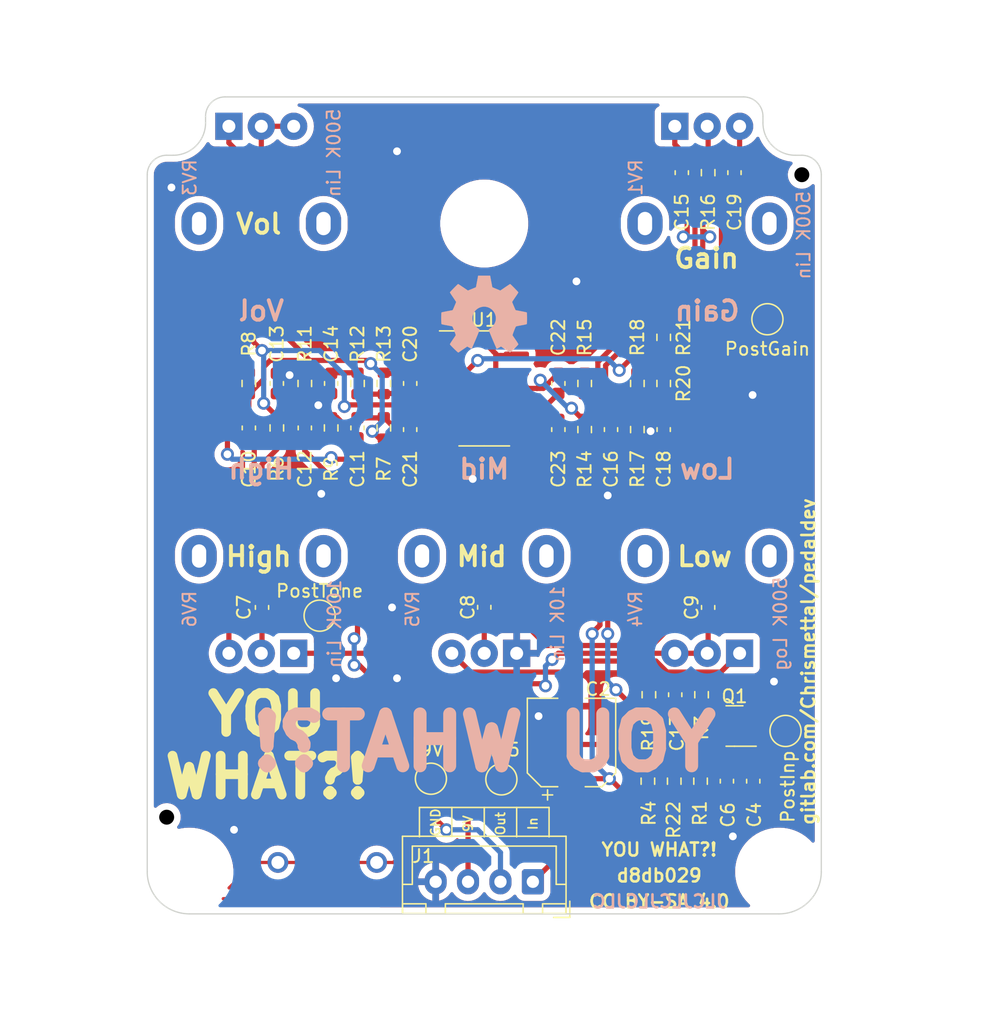
<source format=kicad_pcb>
(kicad_pcb (version 20211014) (generator pcbnew)
  (layers (0 "F.Cu" signal) (31 "B.Cu" signal) (34 "B.Paste" user) (35 "F.Paste" user) (36 "B.SilkS" user "B.Silkscreen") (37 "F.SilkS" user "F.Silkscreen") (38 "B.Mask" user) (39 "F.Mask" user) (44 "Edge.Cuts" user))
  (property "Commit" "d8db029")
  (property "Link" "gitlab.com/Chrismettal/pedaldev")
  (property "Name" "YOU WHAT?!")
  (property "RV1" "Gain")
  (property "RV3" "Vol")
  (property "RV4" "Low")
  (property "RV5" "Mid")
  (property "RV6" "High")
  (net 0 "")
  (net 1 "+9V")
  (net 2 "GND")
  (net 3 "Upper_PCB_Input")
  (net 4 "Upper_PCB_Output")
  (net 5 "Net-(C4-Pad1)")
  (net 6 "Net-(C4-Pad2)")
  (net 7 "Net-(C7-Pad1)")
  (net 8 "Net-(C7-Pad2)")
  (net 9 "Net-(C8-Pad1)")
  (net 10 "Net-(C8-Pad2)")
  (net 11 "Net-(C9-Pad2)")
  (net 12 "Net-(C10-Pad1)")
  (net 13 "Net-(C10-Pad2)")
  (net 14 "Net-(C11-Pad1)")
  (net 15 "Net-(C11-Pad2)")
  (net 16 "Net-(C13-Pad1)")
  (net 17 "Net-(C15-Pad1)")
  (net 18 "Net-(C15-Pad2)")
  (net 19 "Net-(C16-Pad1)")
  (net 20 "+4V5")
  (net 21 "Net-(C16-Pad2)")
  (net 22 "Net-(C17-Pad1)")
  (net 23 "Net-(C17-Pad2)")
  (net 24 "Net-(C18-Pad1)")
  (net 25 "Net-(C19-Pad1)")
  (net 26 "Net-(C19-Pad2)")
  (net 27 "Net-(C20-Pad1)")
  (net 28 "Net-(C20-Pad2)")
  (net 29 "Net-(C21-Pad1)")
  (net 30 "Net-(C22-Pad1)")
  (net 31 "Net-(C22-Pad2)")
  (net 32 "Net-(C23-Pad1)")
  (net 33 "Net-(R7-Pad2)")
  (net 34 "Net-(R17-Pad1)")
  (net 35 "Net-(RV4-Pad1)")
  (footprint "Capacitor_SMD:C_0603_1608Metric" (layer "F.Cu") (at 131.339 93.027 -90)
    (fp_text reference "C10")
    (fp_text value "1nF")
  )
  (footprint "Capacitor_SMD:C_0603_1608Metric" (layer "F.Cu") (at 135.657 93.027 90)
    (fp_text reference "C12")
    (fp_text value "1nF")
  )
  (footprint "Capacitor_SMD:C_0603_1608Metric" (layer "F.Cu") (at 137.689 89.598 -90)
    (fp_text reference "C14")
    (fp_text value "1nF")
  )
  (footprint "Package_SO:SOIC-14_3.9x8.7mm_P1.27mm" (layer "F.Cu") (at 149.5 89.979)
    (fp_text reference "U1")
    (fp_text value "HEF4069UB")
  )
  (footprint "TestPoint:TestPoint_Pad_D2.0mm" (layer "F.Cu") (at 145.3852 120.078)
    (fp_text reference "TP2" hide)
    (fp_text value "9V")
  )
  (footprint "Capacitor_SMD:C_0603_1608Metric" (layer "F.Cu") (at 166.772 106.87 -90)
    (fp_text reference "C9")
    (fp_text value "47nF")
  )
  (footprint "Capacitor_SMD:C_0603_1608Metric" (layer "F.Cu") (at 143.785 93.154 -90)
    (fp_text reference "C21")
    (fp_text value "47pF")
  )
  (footprint "Resistor_SMD:R_0603_1608Metric" (layer "F.Cu") (at 133.498 93.027 -90)
    (fp_text reference "R6")
    (fp_text value "220k")
  )
  (footprint "Capacitor_SMD:C_0603_1608Metric" (layer "F.Cu") (at 155.215 93.154 -90)
    (fp_text reference "C23")
    (fp_text value "47pF")
  )
  (footprint "TestPoint:TestPoint_Pad_D2.0mm" (layer "F.Cu") (at 150.8208 120.1288)
    (fp_text reference "TP3" hide)
    (fp_text value "4V5")
  )
  (footprint "Resistor_SMD:R_0603_1608Metric" (layer "F.Cu") (at 164.155 120.268 90)
    (fp_text reference "R22")
    (fp_text value "1M")
  )
  (footprint "Resistor_SMD:R_0603_1608Metric" (layer "F.Cu") (at 157.247 93.154 90)
    (fp_text reference "R14")
    (fp_text value "10k")
  )
  (footprint "Capacitor_SMD:C_0603_1608Metric" (layer "F.Cu") (at 168.804 73.342 -90)
    (fp_text reference "C19")
    (fp_text value "10nF")
  )
  (footprint "Resistor_SMD:R_0603_1608Metric" (layer "F.Cu") (at 166.772 73.342 90)
    (fp_text reference "R16")
    (fp_text value "10M")
  )
  (footprint "MeineBib:EigenesMountingHole_3.2mm_M3_Small" (layer "F.Cu") (at 126.75 127.25)
    (fp_text reference "MK2" hide)
    (fp_text value "Mounting_Hole_M3" hide)
  )
  (footprint "Resistor_SMD:R_0603_1608Metric" (layer "F.Cu") (at 166.187 120.268 90)
    (fp_text reference "R1")
    (fp_text value "10k")
  )
  (footprint "Resistor_SMD:R_0603_1608Metric" (layer "F.Cu") (at 163.343 89.598 -90)
    (fp_text reference "R20")
    (fp_text value "1k")
  )
  (footprint "TestPoint:TestPoint_Pad_D2.0mm" (layer "F.Cu") (at 172.741 116.395)
    (fp_text reference "TP1" hide)
    (fp_text value "PostInp")
  )
  (footprint "MeineBib:JLC_Toolinghole" (layer "F.Cu") (at 125 123.045)
    (fp_text reference "REF**" hide)
    (fp_text value "JLC_Toolinghole")
  )
  (footprint "Resistor_SMD:R_0603_1608Metric" (layer "F.Cu") (at 135.657 89.598 -90)
    (fp_text reference "R11")
    (fp_text value "10k")
  )
  (footprint "Capacitor_SMD:C_0603_1608Metric" (layer "F.Cu") (at 159.279 93.154 90)
    (fp_text reference "C16")
    (fp_text value "10nF")
  )
  (footprint "Resistor_SMD:R_0603_1608Metric" (layer "F.Cu") (at 139.721 89.598 -90)
    (fp_text reference "R12")
    (fp_text value "27k")
  )
  (footprint "Resistor_SMD:R_0603_1608Metric" (layer "F.Cu") (at 162.2 113.601 90)
    (fp_text reference "R19")
    (fp_text value "47k")
  )
  (footprint "Capacitor_SMD:CP_Elec_6.3x5.3" (layer "F.Cu") (at 156.231 117.284 90)
    (fp_text reference "C2")
    (fp_text value "100uF")
  )
  (footprint "MeineBib:JLC_Toolinghole" (layer "F.Cu") (at 174 73.5)
    (fp_text reference "REF**" hide)
    (fp_text value "JLC_Toolinghole")
  )
  (footprint "Resistor_SMD:R_0603_1608Metric" (layer "F.Cu") (at 141.753 89.598 -90)
    (fp_text reference "R13")
    (fp_text value "1M")
  )
  (footprint "Capacitor_SMD:C_0603_1608Metric" (layer "F.Cu") (at 170.251 120.268 90)
    (fp_text reference "C4")
    (fp_text value "47nF")
  )
  (footprint "Capacitor_SMD:C_0603_1608Metric" (layer "F.Cu") (at 143.785 89.598 -90)
    (fp_text reference "C20")
    (fp_text value "47pF")
  )
  (footprint "Capacitor_SMD:C_0603_1608Metric" (layer "F.Cu") (at 164.74 73.342 -90)
    (fp_text reference "C15")
    (fp_text value "22nF")
  )
  (footprint "Capacitor_SMD:C_0603_1608Metric" (layer "F.Cu") (at 164.232 113.601 90)
    (fp_text reference "C17")
    (fp_text value "47nF")
  )
  (footprint "Resistor_SMD:R_0603_1608Metric" (layer "F.Cu") (at 141.753 93.027 -90)
    (fp_text reference "R7")
    (fp_text value "10k")
  )
  (footprint "Connector_JST:JST_XH_B4B-XH-A_1x04_P2.50mm_Vertical" (layer "F.Cu") (at 153.25 128.025 180)
    (fp_text reference "J1")
    (fp_text value "Conn_01x04")
  )
  (footprint "TestPoint:TestPoint_Pad_D2.0mm" (layer "F.Cu") (at 136.8 107.505)
    (fp_text reference "TP5" hide)
    (fp_text value "PostTone")
  )
  (footprint "Package_TO_SOT_SMD:SOT-23" (layer "F.Cu") (at 168.804 116.014 180)
    (fp_text reference "Q1")
    (fp_text value "BC849C")
  )
  (footprint "Resistor_SMD:R_0603_1608Metric" (layer "F.Cu") (at 162.123 120.268 -90)
    (fp_text reference "R4")
    (fp_text value "4k7")
  )
  (footprint "MeineBib:EigenesMountingHole_3.2mm_M3_Small" (layer "F.Cu") (at 172.25 127.25)
    (fp_text reference "MK2" hide)
    (fp_text value "Mounting_Hole_M3" hide)
  )
  (footprint "MeineBib:Binary_6_v0.1_tiny_silk" (layer "F.Cu") (at 137.4144 127.5007)
    (fp_text reference "H7" hide)
    (fp_text value "Symbol_Binary6" hide)
  )
  (footprint "Resistor_SMD:R_0603_1608Metric" (layer "F.Cu") (at 131.339 89.598 90)
    (fp_text reference "R8")
    (fp_text value "27k")
  )
  (footprint "Capacitor_SMD:C_0603_1608Metric" (layer "F.Cu") (at 132.355 106.87 90)
    (fp_text reference "C7")
    (fp_text value "220nF")
  )
  (footprint "Capacitor_SMD:C_0603_1608Metric" (layer "F.Cu") (at 168.219 120.268 -90)
    (fp_text reference "C6")
    (fp_text value "47pF")
  )
  (footprint "Capacitor_SMD:C_0603_1608Metric" (layer "F.Cu") (at 155.215 89.598 -90)
    (fp_text reference "C22")
    (fp_text value "47pF")
  )
  (footprint "Resistor_SMD:R_0603_1608Metric" (layer "F.Cu") (at 166.264 113.601 90)
    (fp_text reference "R3")
    (fp_text value "10k")
  )
  (footprint "Capacitor_SMD:C_0603_1608Metric" (layer "F.Cu") (at 163.343 93.154 -90)
    (fp_text reference "C18")
    (fp_text value "47nF")
  )
  (footprint "MeineBib:EigenesMountingHole_3.2mm_M3_Small" (layer "F.Cu") (at 149.5 77.265)
    (fp_text reference "MK2" hide)
    (fp_text value "Mounting_Hole_M3" hide)
  )
  (footprint "Resistor_SMD:R_0603_1608Metric" (layer "F.Cu") (at 161.311 89.598 90)
    (fp_text reference "R18")
    (fp_text value "220k")
  )
  (footprint "TestPoint:TestPoint_Pad_D2.0mm" (layer "F.Cu") (at 171.344 84.645)
    (fp_text reference "TP4" hide)
    (fp_text value "PostGain")
  )
  (footprint "Capacitor_SMD:C_0603_1608Metric" (layer "F.Cu") (at 149.5 106.857 -90)
    (fp_text reference "C8")
    (fp_text value "47nF")
  )
  (footprint "Resistor_SMD:R_0603_1608Metric" (layer "F.Cu") (at 157.247 89.598 -90)
    (fp_text reference "R15")
    (fp_text value "27k")
  )
  (footprint "Capacitor_SMD:C_0603_1608Metric" (layer "F.Cu") (at 133.498 89.598 90)
    (fp_text reference "C13")
    (fp_text value "22nF")
  )
  (footprint "Capacitor_SMD:C_0603_1608Metric" (layer "F.Cu") (at 139.721 93.027 -90)
    (fp_text reference "C11")
    (fp_text value "220nF")
  )
  (footprint "Resistor_SMD:R_0603_1608Metric" (layer "F.Cu") (at 161.311 93.154 -90)
    (fp_text reference "R17")
    (fp_text value "27k")
  )
  (footprint "Resistor_SMD:R_0603_1608Metric" (layer "F.Cu") (at 137.689 93.027 -90)
    (fp_text reference "R9")
    (fp_text value "10k")
  )
  (footprint "Resistor_SMD:R_0603_1608Metric" (layer "F.Cu") (at 163.343 86.042 -90)
    (fp_text reference "R21")
    (fp_text value "10k")
  )
  (footprint "MeineBib:Potentiometer_Alpha_RD901F-40-00D_Single_Vertical" (layer "B.Cu") (at 129.8 69.765 -90)
    (fp_text reference "RV3")
    (fp_text value "500K Lin")
  )
  (footprint "MeineBib:Potentiometer_Alpha_RD901F-40-00D_Single_Vertical" (layer "B.Cu") (at 169.2 110.405 90)
    (fp_text reference "RV4")
    (fp_text value "500K Log")
  )
  (footprint "MeineBib:Potentiometer_Alpha_RD901F-40-00D_Single_Vertical" (layer "B.Cu") (at 152 110.405 90)
    (fp_text reference "RV5")
    (fp_text value "10K Lin")
  )
  (footprint "Symbol:OSHW-Symbol_6.7x6mm_SilkScreen" (layer "B.Cu") (at 149.5 84.264 180)
    (fp_text reference "REF**" hide)
    (fp_text value "OSHW-Symbol_6.7x6mm_SilkScreen" hide)
  )
  (footprint "MeineBib:Potentiometer_Alpha_RD901F-40-00D_Single_Vertical" (layer "B.Cu") (at 164.2 69.765 -90)
    (fp_text reference "RV1")
    (fp_text value "500K Lin")
  )
  (footprint "MeineBib:Potentiometer_Alpha_RD901F-40-00D_Single_Vertical" (layer "B.Cu") (at 134.8 110.405 90)
    (fp_text reference "RV6")
    (fp_text value "100K Lin")
  )
  (gr_line (start 152 122.295) (end 152 124.561) (layer "F.SilkS") (width 0.12))
  (gr_line (start 144.5 122.295) (end 144.5 124.561) (layer "F.SilkS") (width 0.12))
  (gr_line (start 149.5 122.295) (end 149.5 124.561) (layer "F.SilkS") (width 0.12))
  (gr_line (start 144.5 122.295) (end 154.5 122.295) (layer "F.SilkS") (width 0.12))
  (gr_line (start 147 122.295) (end 147 124.545) (layer "F.SilkS") (width 0.12))
  (gr_line (start 154.5 122.295) (end 154.5 124.561) (layer "F.SilkS") (width 0.12))
  (gr_line (start 175.5 73.5) (end 175.5 127.25) (layer "Edge.Cuts") (width 0.1))
  (gr_arc (start 126.75 130.5) (mid 124.451903 129.548097) (end 123.5 127.25) (layer "Edge.Cuts") (width 0.1))
  (gr_arc (start 173.5 72) (mid 171.732233 71.267767) (end 171 69.5) (layer "Edge.Cuts") (width 0.1))
  (gr_line (start 123.5 73.5) (end 123.5 127.25) (layer "Edge.Cuts") (width 0.1))
  (gr_line (start 173.5 72) (end 174 72) (layer "Edge.Cuts") (width 0.1))
  (gr_arc (start 123.5 73.5) (mid 123.93934 72.43934) (end 125 72) (layer "Edge.Cuts") (width 0.1))
  (gr_line (start 128 69.5) (end 128 69) (layer "Edge.Cuts") (width 0.1))
  (gr_line (start 171 69.5) (end 171 69) (layer "Edge.Cuts") (width 0.1))
  (gr_line (start 125 72) (end 125.5 72) (layer "Edge.Cuts") (width 0.1))
  (gr_line (start 126.75 130.5) (end 172.25 130.5) (layer "Edge.Cuts") (width 0.1))
  (gr_arc (start 175.5 127.25) (mid 174.548097 129.548097) (end 172.25 130.5) (layer "Edge.Cuts") (width 0.1))
  (gr_arc (start 128 69.5) (mid 127.267767 71.267767) (end 125.5 72) (layer "Edge.Cuts") (width 0.1))
  (gr_arc (start 128 69) (mid 128.43934 67.93934) (end 129.5 67.5) (layer "Edge.Cuts") (width 0.1))
  (gr_arc (start 169.5 67.5) (mid 170.56066 67.93934) (end 171 69) (layer "Edge.Cuts") (width 0.1))
  (gr_line (start 129.5 67.5) (end 169.5 67.5) (layer "Edge.Cuts") (width 0.1))
  (gr_arc (start 174 72) (mid 175.06066 72.43934) (end 175.5 73.5) (layer "Edge.Cuts") (width 0.1))
  (gr_text "${RV4}" (at 166.7 96.2) (layer "B.SilkS") (effects (font (size 1.5 1.5) (thickness 0.3)) (justify mirror)))
  (gr_text "${RV5}" (at 149.5 96.2) (layer "B.SilkS") (effects (font (size 1.5 1.5) (thickness 0.3)) (justify mirror)))
  (gr_text "JLCJLCJLCJLC" (at 163 129.545) (layer "B.SilkS") (effects (font (size 1 1) (thickness 0.2)) (justify mirror)))
  (gr_text "${Name}" (at 149.5 117.284) (layer "B.SilkS") (effects (font (size 4 4) (thickness 1)) (justify mirror)))
  (gr_text "${RV6}" (at 132.3 96.2) (layer "B.SilkS") (effects (font (size 1.5 1.5) (thickness 0.3)) (justify mirror)))
  (gr_text "${RV3}" (at 132.3 84) (layer "B.SilkS") (effects (font (size 1.5 1.5) (thickness 0.3)) (justify mirror)))
  (gr_text "${RV1}" (at 166.7 84) (layer "B.SilkS") (effects (font (size 1.5 1.5) (thickness 0.3)) (justify mirror)))
  (gr_text "${Link}" (at 174.5 111.045 90) (layer "F.SilkS") (effects (font (size 1 1) (thickness 0.2))))
  (gr_text "${RV6}" (at 132.1 102.94) (layer "F.SilkS") (effects (font (size 1.5 1.5) (thickness 0.3))))
  (gr_text "${Commit}" (at 163 127.545) (layer "F.SilkS") (effects (font (size 1 1) (thickness 0.2))))
  (gr_text "${Name}" (at 163 125.545) (layer "F.SilkS") (effects (font (size 1 1) (thickness 0.2))))
  (gr_text "Out" (at 150.75 123.545 90) (layer "F.SilkS") (effects (font (size 0.7 0.7) (thickness 0.13))))
  (gr_text "In" (at 153.25 123.545 90) (layer "F.SilkS") (effects (font (size 0.7 0.7) (thickness 0.13))))
  (gr_text "CC BY-SA 4.0" (at 163 129.545) (layer "F.SilkS") (effects (font (size 1 1) (thickness 0.2))))
  (gr_text "9V" (at 148.25 123.545 90) (layer "F.SilkS") (effects (font (size 0.7 0.7) (thickness 0.13))))
  (gr_text "${RV3}" (at 132.1 77.3) (layer "F.SilkS") (effects (font (size 1.5 1.5) (thickness 0.3))))
  (gr_text "YOU\nWHAT?!" (at 132.736 117.538) (layer "F.SilkS") (effects (font (size 3 3) (thickness 0.75))))
  (gr_text "GND" (at 145.75 123.445 90) (layer "F.SilkS") (effects (font (size 0.7 0.7) (thickness 0.13))))
  (gr_text "${RV1}" (at 166.645 79.946) (layer "F.SilkS") (effects (font (size 1.5 1.5) (thickness 0.3))))
  (gr_text "${RV4}" (at 166.5 102.94) (layer "F.SilkS") (effects (font (size 1.5 1.5) (thickness 0.3))))
  (gr_text "${RV5}" (at 149.3 102.94) (layer "F.SilkS") (effects (font (size 1.5 1.5) (thickness 0.3))))
  (segment (start 165.742 116.014) (end 167.8665 116.014) (width 0.4) (layer "F.Cu") (net 1))
  (segment (start 162.123 117.969) (end 162.123 118.744) (width 0.4) (layer "F.Cu") (net 1))
  (segment (start 162.123 118.744) (end 162.123 117.869) (width 0.4) (layer "F.Cu") (net 1))
  (segment (start 148.25 128.025) (end 148.25 122.892) (width 0.4) (layer "F.Cu") (net 1))
  (segment (start 148.25 120.0072) (end 150.8208 117.4364) (width 0.4) (layer "F.Cu") (net 1))
  (segment (start 148.25 122.892) (end 148.25 120.0072) (width 0.4) (layer "F.Cu") (net 1))
  (segment (start 163.978 116.014) (end 167.8665 116.014) (width 0.4) (layer "F.Cu") (net 1))
  (segment (start 162.123 117.869) (end 163.978 116.014) (width 0.4) (layer "F.Cu") (net 1))
  (segment (start 161.5904 117.4364) (end 162.123 117.969) (width 0.4) (layer "F.Cu") (net 1))
  (segment (start 162.123 119.443) (end 162.123 118.744) (width 0.4) (layer "F.Cu") (net 1))
  (segment (start 150.8208 117.4364) (end 161.5904 117.4364) (width 0.4) (layer "F.Cu") (net 1))
  (segment (start 148.1992 122.892) (end 148.25 122.892) (width 0.4) (layer "F.Cu") (net 1))
  (segment (start 145.3852 120.078) (end 148.1992 122.892) (width 0.4) (layer "F.Cu") (net 1))
  (segment (start 147.025 93.789) (end 147.025 95.378) (width 0.4) (layer "F.Cu") (net 2))
  (segment (start 136.6984 91.2744) (end 135.7208 92.252) (width 0.4) (layer "F.Cu") (net 2))
  (segment (start 135.7208 92.252) (end 135.657 92.252) (width 0.4) (layer "F.Cu") (net 2))
  (segment (start 147.025 95.378) (end 148.611 96.964) (width 0.4) (layer "F.Cu") (net 2))
  (segment (start 136.7876 91.2744) (end 137.689 90.373) (width 0.4) (layer "F.Cu") (net 2))
  (segment (start 156.231 114.484) (end 154.459 114.484) (width 0.4) (layer "F.Cu") (net 2))
  (segment (start 136.6984 91.2744) (end 136.7876 91.2744) (width 0.4) (layer "F.Cu") (net 2))
  (segment (start 163.343 93.929) (end 162.984304 93.929) (width 0.4) (layer "F.Cu") (net 2))
  (segment (start 162.984304 93.929) (end 162.332565 93.277261) (width 0.4) (layer "F.Cu") (net 2))
  (segment (start 154.459 114.484) (end 153.691 115.252) (width 0.4) (layer "F.Cu") (net 2))
  (segment (start 134.353 88.823) (end 133.498 88.823) (width 0.4) (layer "F.Cu") (net 2))
  (segment (start 134.4825 88.9525) (end 134.353 88.823) (width 0.4) (layer "F.Cu") (net 2))
  (via (at 168.677 124.523) (size 1) (drill 0.6) (layers "F.Cu" "B.Cu") (net 2))
  (via (at 136.6984 91.2744) (size 1) (drill 0.6) (layers "F.Cu" "B.Cu") (net 2))
  (via (at 125.37 74.485) (size 1) (drill 0.6) (layers "F.Cu" "B.Cu") (net 2))
  (via (at 130.196 124.015) (size 1) (drill 0.6) (layers "F.Cu" "B.Cu") (net 2))
  (via (at 171.852 112.585) (size 1) (drill 0.6) (layers "F.Cu" "B.Cu") (net 2))
  (via (at 142.769 71.691) (size 1) (drill 0.6) (layers "F.Cu" "B.Cu") (net 2))
  (via (at 162.332565 93.277261) (size 1) (drill 0.6) (layers "F.Cu" "B.Cu") (net 2))
  (via (at 142.388 106.87) (size 1) (drill 0.6) (layers "F.Cu" "B.Cu") (net 2))
  (via (at 156.612 81.724) (size 1) (drill 0.6) (layers "F.Cu" "B.Cu") (net 2))
  (via (at 170.201 90.487) (size 1) (drill 0.6) (layers "F.Cu" "B.Cu") (net 2))
  (via (at 142.769 112.331) (size 1) (drill 0.6) (layers "F.Cu" "B.Cu") (net 2))
  (via (at 134.4825 88.9525) (size 1) (drill 0.6) (layers "F.Cu" "B.Cu") (net 2))
  (via (at 148.611 96.964) (size 1) (drill 0.6) (layers "F.Cu" "B.Cu") (net 2))
  (via (at 159.025 98.234) (size 1) (drill 0.6) (layers "F.Cu" "B.Cu") (net 2))
  (via (at 153.691 115.252) (size 1) (drill 0.6) (layers "F.Cu" "B.Cu") (net 2))
  (via (at 136.927 98.107) (size 1) (drill 0.6) (layers "F.Cu" "B.Cu") (net 2))
  (via (at 138.07 112.331) (size 1) (drill 0.6) (layers "F.Cu" "B.Cu") (net 2))
  (segment (start 163.8492 123.4308) (end 157.8442 123.4308) (width 0.4) (layer "F.Cu") (net 3))
  (segment (start 157.8442 123.4308) (end 153.25 128.025) (width 0.4) (layer "F.Cu") (net 3))
  (segment (start 166.187 121.093) (end 163.8492 123.4308) (width 0.4) (layer "F.Cu") (net 3))
  (segment (start 139.721 98.869) (end 139.721 100.012) (width 0.4) (layer "F.Cu") (net 4))
  (segment (start 139.467 111.315) (end 139.848 111.315) (width 0.4) (layer "F.Cu") (net 4))
  (segment (start 139.848 111.315) (end 142.769 114.236) (width 0.4) (layer "F.Cu") (net 4))
  (segment (start 137.639 93.802) (end 137.689 93.852) (width 0.4) (layer "F.Cu") (net 4))
  (segment (start 135.657 93.802) (end 137.639 93.802) (width 0.4) (layer "F.Cu") (net 4))
  (segment (start 139.467 109.283) (end 139.721 109.029) (width 0.4) (layer "F.Cu") (net 4))
  (segment (start 142.769 120.205) (end 146.579 124.015) (width 0.4) (layer "F.Cu") (net 4))
  (segment (start 139.721 109.029) (end 139.721 100.012) (width 0.4) (layer "F.Cu") (net 4))
  (segment (start 135.657 94.805) (end 139.721 98.869) (width 0.4) (layer "F.Cu") (net 4))
  (segment (start 142.769 114.236) (end 142.769 120.205) (width 0.4) (layer "F.Cu") (net 4))
  (segment (start 135.657 93.802) (end 135.657 94.805) (width 0.4) (layer "F.Cu") (net 4))
  (via (at 139.467 111.315) (size 1) (drill 0.6) (layers "F.Cu" "B.Cu") (net 4))
  (via (at 146.579 124.015) (size 1) (drill 0.6) (layers "F.Cu" "B.Cu") (net 4))
  (via (at 139.467 109.283) (size 1) (drill 0.6) (layers "F.Cu" "B.Cu") (net 4))
  (segment (start 150.75 125.773) (end 150.75 128.025) (width 0.4) (layer "B.Cu") (net 4))
  (segment (start 139.467 111.315) (end 139.467 109.283) (width 0.4) (layer "B.Cu") (net 4))
  (segment (start 146.579 124.015) (end 148.992 124.015) (width 0.4) (layer "B.Cu") (net 4))
  (segment (start 148.992 124.015) (end 150.75 125.773) (width 0.4) (layer "B.Cu") (net 4))
  (segment (start 168.219 119.493) (end 168.701 119.493) (width 0.4) (layer "F.Cu") (net 5))
  (segment (start 166.187 119.443) (end 168.169 119.443) (width 0.4) (layer "F.Cu") (net 5))
  (segment (start 168.701 119.493) (end 170.251 121.043) (width 0.4) (layer "F.Cu") (net 5))
  (segment (start 168.169 119.443) (end 168.219 119.493) (width 0.4) (layer "F.Cu") (net 5))
  (segment (start 170.251 121.043) (end 170.683 121.043) (width 0.4) (layer "F.Cu") (net 5))
  (segment (start 170.251 119.493) (end 170.251 117.969) (width 0.4) (layer "F.Cu") (net 6))
  (segment (start 165.695 116.964) (end 169.7415 116.964) (width 0.4) (layer "F.Cu") (net 6))
  (segment (start 164.155 118.504) (end 165.695 116.964) (width 0.4) (layer "F.Cu") (net 6))
  (segment (start 164.155 119.443) (end 164.155 118.504) (width 0.4) (layer "F.Cu") (net 6))
  (segment (start 169.7415 117.4595) (end 169.7415 116.964) (width 0.4) (layer "F.Cu") (net 6))
  (segment (start 170.251 117.969) (end 169.7415 117.4595) (width 0.4) (layer "F.Cu") (net 6))
  (segment (start 132.355 107.645) (end 132.355 110.35) (width 0.4) (layer "F.Cu") (net 7))
  (segment (start 132.355 110.35) (end 132.3 110.405) (width 0.4) (layer "F.Cu") (net 7))
  (segment (start 132.355 107.645) (end 136.66 107.645) (width 0.4) (layer "F.Cu") (net 7))
  (segment (start 136.66 107.645) (end 136.8 107.505) (width 0.4) (layer "F.Cu") (net 7))
  (segment (start 132.355 106.095) (end 132.355 95.821) (width 0.4) (layer "F.Cu") (net 8))
  (segment (start 132.355 95.821) (end 133.498 94.678) (width 0.4) (layer "F.Cu") (net 8))
  (segment (start 133.498 94.678) (end 133.498 93.852) (width 0.4) (layer "F.Cu") (net 8))
  (segment (start 154.299502 109.80548) (end 150.576022 106.082) (width 0.4) (layer "F.Cu") (net 9))
  (segment (start 129.688 89.852) (end 130.767 88.773) (width 0.4) (layer "F.Cu") (net 9))
  (segment (start 143.15 95.44) (end 149.5 101.79) (width 0.4) (layer "F.Cu") (net 9))
  (segment (start 129.688 95.059) (end 129.688 89.852) (width 0.4) (layer "F.Cu") (net 9))
  (segment (start 150.576022 106.082) (end 149.5 106.082) (width 0.4) (layer "F.Cu") (net 9))
  (segment (start 130.767 88.773) (end 131.339 88.773) (width 0.4) (layer "F.Cu") (net 9))
  (segment (start 137.689 95.313) (end 137.816 95.44) (width 0.4) (layer "F.Cu") (net 9))
  (segment (start 137.816 95.44) (end 143.15 95.44) (width 0.4) (layer "F.Cu") (net 9))
  (segment (start 166.772 106.095) (end 166.15 106.095) (width 0.4) (layer "F.Cu") (net 9))
  (segment (start 149.5 101.79) (end 149.5 106.082) (width 0.4) (layer "F.Cu") (net 9))
  (segment (start 162.43952 109.80548) (end 154.299502 109.80548) (width 0.4) (layer "F.Cu") (net 9))
  (segment (start 166.15 106.095) (end 162.43952 109.80548) (width 0.4) (layer "F.Cu") (net 9))
  (via (at 137.689 95.313) (size 1) (drill 0.6) (layers "F.Cu" "B.Cu") (net 9))
  (via (at 129.688 95.059) (size 1) (drill 0.6) (layers "F.Cu" "B.Cu") (net 9))
  (segment (start 130.069 95.44) (end 129.688 95.059) (width 0.4) (layer "B.Cu") (net 9))
  (segment (start 137.689 95.313) (end 137.562 95.44) (width 0.4) (layer "B.Cu") (net 9))
  (segment (start 137.562 95.44) (end 130.069 95.44) (width 0.4) (layer "B.Cu") (net 9))
  (segment (start 149.5 107.632) (end 149.5 110.405) (width 0.4) (layer "F.Cu") (net 10))
  (segment (start 155.2106 110.405) (end 164.2 110.405) (width 0.4) (layer "F.Cu") (net 11))
  (segment (start 154.063211 112.754011) (end 146.367011 112.754011) (width 0.4) (layer "F.Cu") (net 11))
  (segment (start 166.7 110.405) (end 164.2 110.405) (width 0.4) (layer "F.Cu") (net 11))
  (segment (start 146.367011 112.754011) (end 144.018 110.405) (width 0.4) (layer "F.Cu") (net 11))
  (segment (start 144.018 110.405) (end 134.8 110.405) (width 0.4) (layer "F.Cu") (net 11))
  (segment (start 154.7324 110.8832) (end 155.2106 110.405) (width 0.4) (layer "F.Cu") (net 11))
  (segment (start 154.2244 112.9152) (end 154.063211 112.754011) (width 0.4) (layer "F.Cu") (net 11))
  (segment (start 166.772 110.333) (end 166.7 110.405) (width 0.4) (layer "F.Cu") (net 11))
  (segment (start 166.772 107.645) (end 166.772 110.333) (width 0.4) (layer "F.Cu") (net 11))
  (via (at 154.2244 112.9152) (size 1) (drill 0.6) (layers "F.Cu" "B.Cu") (net 11))
  (via (at 154.7324 110.8832) (size 1) (drill 0.6) (layers "F.Cu" "B.Cu") (net 11))
  (segment (start 154.2244 112.9152) (end 154.2244 111.3912) (width 0.4) (layer "B.Cu") (net 11))
  (segment (start 154.2244 111.3912) (end 154.7324 110.8832) (width 0.4) (layer "B.Cu") (net 11))
  (segment (start 135.022 87.82) (end 135.657 88.455) (width 0.4) (layer "F.Cu") (net 12))
  (segment (start 132.482 89.28) (end 132.482 88.328) (width 0.4) (layer "F.Cu") (net 12))
  (segment (start 139.721 88.773) (end 137.739 88.773) (width 0.4) (layer "F.Cu") (net 12))
  (segment (start 137.639 88.773) (end 137.689 88.823) (width 0.4) (layer "F.Cu") (net 12))
  (segment (start 131.339 90.423) (end 132.482 89.28) (width 0.4) (layer "F.Cu") (net 12))
  (segment (start 135.657 88.455) (end 135.657 88.773) (width 0.4) (layer "F.Cu") (net 12))
  (segment (start 135.657 88.773) (end 137.639 88.773) (width 0.4) (layer "F.Cu") (net 12))
  (segment (start 131.339 92.252) (end 131.339 90.423) (width 0.4) (layer "F.Cu") (net 12))
  (segment (start 137.739 88.773) (end 137.689 88.823) (width 0.4) (layer "F.Cu") (net 12))
  (segment (start 132.482 88.328) (end 132.99 87.82) (width 0.4) (layer "F.Cu") (net 12))
  (segment (start 132.99 87.82) (end 135.022 87.82) (width 0.4) (layer "F.Cu") (net 12))
  (segment (start 131.75548 94.21848) (end 131.75548 104.92952) (width 0.4) (layer "F.Cu") (net 13))
  (segment (start 131.75548 104.92952) (end 129.8 106.885) (width 0.4) (layer "F.Cu") (net 13))
  (segment (start 129.8 106.885) (end 129.8 110.405) (width 0.4) (layer "F.Cu") (net 13))
  (segment (start 131.339 93.802) (end 131.75548 94.21848) (width 0.4) (layer "F.Cu") (net 13))
  (segment (start 143.85785 93.929) (end 143.785 93.929) (width 0.4) (layer "F.Cu") (net 14))
  (segment (start 143.785 93.929) (end 143.48 93.929) (width 0.4) (layer "F.Cu") (net 14))
  (segment (start 141.703 92.252) (end 141.753 92.202) (width 0.4) (layer "F.Cu") (net 14))
  (segment (start 147.025 92.519) (end 145.26785 92.519) (width 0.4) (layer "F.Cu") (net 14))
  (segment (start 143.48 93.929) (end 141.753 92.202) (width 0.4) (layer "F.Cu") (net 14))
  (segment (start 139.721 92.252) (end 141.703 92.252) (width 0.4) (layer "F.Cu") (net 14))
  (segment (start 145.26785 92.519) (end 143.85785 93.929) (width 0.4) (layer "F.Cu") (net 14))
  (segment (start 138.121 92.202) (end 139.721 93.802) (width 0.4) (layer "F.Cu") (net 15))
  (segment (start 137.689 92.202) (end 138.121 92.202) (width 0.4) (layer "F.Cu") (net 15))
  (segment (start 135.657 90.423) (end 133.548 90.423) (width 0.4) (layer "F.Cu") (net 16))
  (segment (start 133.548 90.423) (end 133.498 90.373) (width 0.4) (layer "F.Cu") (net 16))
  (segment (start 164.2 71.151) (end 164.74 71.691) (width 0.4) (layer "F.Cu") (net 17))
  (segment (start 164.74 71.691) (end 164.74 72.567) (width 0.4) (layer "F.Cu") (net 17))
  (segment (start 164.2 69.765) (end 164.2 71.151) (width 0.4) (layer "F.Cu") (net 17))
  (segment (start 165.15648 77.99502) (end 165.15648 74.53348) (width 0.4) (layer "F.Cu") (net 18))
  (segment (start 158.86252 88.201) (end 166.35552 80.708) (width 0.4) (layer "F.Cu") (net 18))
  (segment (start 166.899 78.295) (end 166.35552 77.75152) (width 0.4) (layer "F.Cu") (net 18))
  (segment (start 166.35552 74.58348) (end 166.772 74.167) (width 0.4) (layer "F.Cu") (net 18))
  (segment (start 158.86252 89.76048) (end 158.86252 88.201) (width 0.4) (layer "F.Cu") (net 18))
  (segment (start 166.35552 75.84652) (end 166.35552 74.58348) (width 0.4) (layer "F.Cu") (net 18))
  (segment (start 165.15648 74.53348) (end 164.74 74.117) (width 0.4) (layer "F.Cu") (net 18))
  (segment (start 158.2 90.423) (end 158.86252 89.76048) (width 0.4) (layer "F.Cu") (net 18))
  (segment (start 164.8565 78.295) (end 165.15648 77.99502) (width 0.4) (layer "F.Cu") (net 18))
  (segment (start 166.35552 80.708) (end 166.35552 75.84652) (width 0.4) (layer "F.Cu") (net 18))
  (segment (start 157.247 90.423) (end 158.2 90.423) (width 0.4) (layer "F.Cu") (net 18))
  (segment (start 166.35552 77.75152) (end 166.35552 75.84652) (width 0.4) (layer "F.Cu") (net 18))
  (via (at 166.899 78.295) (size 1) (drill 0.6) (layers "F.Cu" "B.Cu") (net 18))
  (via (at 164.8565 78.295) (size 1) (drill 0.6) (layers "F.Cu" "B.Cu") (net 18))
  (segment (start 164.8565 78.295) (end 166.899 78.295) (width 0.4) (layer "B.Cu") (net 18))
  (segment (start 155.075 93.789) (end 155.215 93.929) (width 0.4) (layer "F.Cu") (net 19))
  (segment (start 156.06452 94.77852) (end 158.42948 94.77852) (width 0.4) (layer "F.Cu") (net 19))
  (segment (start 161.261 93.929) (end 161.311 93.979) (width 0.4) (layer "F.Cu") (net 19))
  (segment (start 155.215 93.929) (end 156.06452 94.77852) (width 0.4) (layer "F.Cu") (net 19))
  (segment (start 159.279 93.929) (end 161.261 93.929) (width 0.4) (layer "F.Cu") (net 19))
  (segment (start 151.975 93.789) (end 155.075 93.789) (width 0.4) (layer "F.Cu") (net 19))
  (segment (start 158.42948 94.77852) (end 159.279 93.929) (width 0.4) (layer "F.Cu") (net 19))
  (segment (start 149.373 94.25585) (end 149.373 90.487) (width 0.4) (layer "F.Cu") (net 20))
  (segment (start 159.2028 120.078) (end 156.237 120.078) (width 0.4) (layer "F.Cu") (net 20))
  (segment (start 151.975 86.169) (end 149.248102 86.169) (width 0.4) (layer "F.Cu") (net 20))
  (segment (start 156.237 120.078) (end 156.231 120.084) (width 0.4) (layer "F.Cu") (net 20))
  (segment (start 157.825497 108.90598) (end 157.825497 108.831503) (width 0.4) (layer "F.Cu") (net 20))
  (segment (start 149.248102 86.169) (end 150.199551 87.120449) (width 0.4) (layer "F.Cu") (net 20))
  (segment (start 150.389 89.471) (end 150.389 87.309898) (width 0.4) (layer "F.Cu") (net 20))
  (segment (start 156.1862 120.1288) (end 156.231 120.084) (width 0.4) (layer "F.Cu") (net 20))
  (segment (start 150.518102 87.439) (end 150.77 87.439) (width 0.4) (layer "F.Cu") (net 20))
  (segment (start 160.2178 121.093) (end 159.2028 120.078) (width 0.4) (layer "F.Cu") (net 20))
  (segment (start 147.025 86.169) (end 149.248102 86.169) (width 0.4) (layer "F.Cu") (net 20))
  (segment (start 150.389 87.309898) (end 150.199551 87.120449) (width 0.4) (layer "F.Cu") (net 20))
  (segment (start 157.825497 108.831503) (end 158.42548 108.23152) (width 0.4) (layer "F.Cu") (net 20))
  (segment (start 150.199551 87.120449) (end 150.518102 87.439) (width 0.4) (layer "F.Cu") (net 20))
  (segment (start 158.42548 103.30833) (end 149.373 94.25585) (width 0.4) (layer "F.Cu") (net 20))
  (segment (start 158.42548 108.23152) (end 158.42548 103.30833) (width 0.4) (layer "F.Cu") (net 20))
  (segment (start 149.373 90.487) (end 150.389 89.471) (width 0.4) (layer "F.Cu") (net 20))
  (segment (start 162.123 121.093) (end 164.155 121.093) (width 0.4) (layer "F.Cu") (net 20))
  (segment (start 162.123 121.093) (end 160.2178 121.093) (width 0.4) (layer "F.Cu") (net 20))
  (segment (start 150.8208 120.1288) (end 156.1862 120.1288) (width 0.4) (layer "F.Cu") (net 20))
  (segment (start 151.975 87.439) (end 150.77 87.439) (width 0.4) (layer "F.Cu") (net 20))
  (via (at 157.825497 108.90598) (size 1) (drill 0.6) (layers "F.Cu" "B.Cu") (net 20))
  (via (at 159.152 120.078) (size 1) (drill 0.6) (layers "F.Cu" "B.Cu") (net 20))
  (segment (start 157.825497 118.751497) (end 159.152 120.078) (width 0.4) (layer "B.Cu") (net 20))
  (segment (start 157.825497 108.90598) (end 157.825497 118.751497) (width 0.4) (layer "B.Cu") (net 20))
  (segment (start 158.40448 93.445316) (end 159.279 92.570796) (width 0.4) (layer "F.Cu") (net 21))
  (segment (start 158.40448 93.52052) (end 158.40448 93.445316) (width 0.4) (layer "F.Cu") (net 21))
  (segment (start 159.279 92.570796) (end 159.279 92.379) (width 0.4) (layer "F.Cu") (net 21))
  (segment (start 157.247 93.979) (end 157.946 93.979) (width 0.4) (layer "F.Cu") (net 21))
  (segment (start 157.946 93.979) (end 158.40448 93.52052) (width 0.4) (layer "F.Cu") (net 21))
  (segment (start 164.232 114.376) (end 166.214 114.376) (width 0.4) (layer "F.Cu") (net 22))
  (segment (start 166.214 114.376) (end 166.264 114.426) (width 0.4) (layer "F.Cu") (net 22))
  (segment (start 169.7415 115.064) (end 169.754 115.064) (width 0.4) (layer "F.Cu") (net 22))
  (segment (start 166.902 115.064) (end 166.264 114.426) (width 0.4) (layer "F.Cu") (net 22))
  (segment (start 169.7415 115.064) (end 166.902 115.064) (width 0.4) (layer "F.Cu") (net 22))
  (segment (start 171.41 115.064) (end 172.741 116.395) (width 0.4) (layer "F.Cu") (net 22))
  (segment (start 169.754 115.064) (end 171.41 115.064) (width 0.4) (layer "F.Cu") (net 22))
  (segment (start 164.232 112.826) (end 162.25 112.826) (width 0.4) (layer "F.Cu") (net 23))
  (segment (start 162.25 112.826) (end 162.2 112.776) (width 0.4) (layer "F.Cu") (net 23))
  (segment (start 163.343 90.423) (end 163.343 92.379) (width 0.4) (layer "F.Cu") (net 24))
  (segment (start 169.2 71.422) (end 168.804 71.818) (width 0.4) (layer "F.Cu") (net 25))
  (segment (start 168.804 71.818) (end 168.804 72.567) (width 0.4) (layer "F.Cu") (net 25))
  (segment (start 169.82 74.5612) (end 168.423 75.9582) (width 0.4) (layer "F.Cu") (net 25))
  (segment (start 168.423 75.9582) (end 168.423 81.724) (width 0.4) (layer "F.Cu") (net 25))
  (segment (start 168.423 81.724) (end 171.344 84.645) (width 0.4) (layer "F.Cu") (net 25))
  (segment (start 169.82 73.583) (end 169.82 74.5612) (width 0.4) (layer "F.Cu") (net 25))
  (segment (start 169.2 69.765) (end 169.2 71.422) (width 0.4) (layer "F.Cu") (net 25))
  (segment (start 168.804 72.567) (end 169.82 73.583) (width 0.4) (layer "F.Cu") (net 25))
  (segment (start 163.343 85.217) (end 163.343 84.56837) (width 0.4) (layer "F.Cu") (net 26))
  (segment (start 163.343 84.56837) (end 167.798511 80.112859) (width 0.4) (layer "F.Cu") (net 26))
  (segment (start 167.798511 80.112859) (end 167.798511 75.122489) (width 0.4) (layer "F.Cu") (net 26))
  (segment (start 167.798511 75.122489) (end 168.804 74.117) (width 0.4) (layer "F.Cu") (net 26))
  (segment (start 143.899 88.709) (end 143.785 88.823) (width 0.4) (layer "F.Cu") (net 27))
  (segment (start 161.629 86.867) (end 159.914 88.582) (width 0.4) (layer "F.Cu") (net 27))
  (segment (start 141.803 88.823) (end 141.753 88.773) (width 0.4) (layer "F.Cu") (net 27))
  (segment (start 163.343 86.867) (end 161.629 86.867) (width 0.4) (layer "F.Cu") (net 27))
  (segment (start 143.785 88.823) (end 141.803 88.823) (width 0.4) (layer "F.Cu") (net 27))
  (segment (start 148.992 87.82) (end 148.103 88.709) (width 0.4) (layer "F.Cu") (net 27))
  (segment (start 147.025 88.709) (end 143.899 88.709) (width 0.4) (layer "F.Cu") (net 27))
  (segment (start 148.103 88.709) (end 147.025 88.709) (width 0.4) (layer "F.Cu") (net 27))
  (via (at 148.992 87.82) (size 1) (drill 0.6) (layers "F.Cu" "B.Cu") (net 27))
  (via (at 159.914 88.582) (size 1) (drill 0.6) (layers "F.Cu" "B.Cu") (net 27))
  (segment (start 149.119 87.693) (end 159.025 87.693) (width 0.4) (layer "B.Cu") (net 27))
  (segment (start 148.992 87.82) (end 149.119 87.693) (width 0.4) (layer "B.Cu") (net 27))
  (segment (start 159.025 87.693) (end 159.914 88.582) (width 0.4) (layer "B.Cu") (net 27))
  (segment (start 147.025 89.979) (end 144.801 89.979) (width 0.4) (layer "F.Cu") (net 28))
  (segment (start 144.407 90.373) (end 143.785 90.373) (width 0.4) (layer "F.Cu") (net 28))
  (segment (start 141.803 90.373) (end 141.753 90.423) (width 0.4) (layer "F.Cu") (net 28))
  (segment (start 143.785 90.373) (end 141.803 90.373) (width 0.4) (layer "F.Cu") (net 28))
  (segment (start 139.721 90.423) (end 141.753 90.423) (width 0.4) (layer "F.Cu") (net 28))
  (segment (start 144.801 89.979) (end 144.407 90.373) (width 0.4) (layer "F.Cu") (net 28))
  (segment (start 143.645 92.379) (end 142.515 91.249) (width 0.4) (layer "F.Cu") (net 29))
  (segment (start 133.498 92.202) (end 133.498 92.138) (width 0.4) (layer "F.Cu") (net 29))
  (segment (start 147.025 91.249) (end 145.309 91.249) (width 0.4) (layer "F.Cu") (net 29))
  (segment (start 133.498 92.138) (end 132.482 91.122) (width 0.4) (layer "F.Cu") (net 29))
  (segment (start 143.785 92.379) (end 143.645 92.379) (width 0.4) (layer "F.Cu") (net 29))
  (segment (start 144.179 92.379) (end 143.785 92.379) (width 0.4) (layer "F.Cu") (net 29))
  (segment (start 129.8 71.041) (end 129.8 69.765) (width 0.4) (layer "F.Cu") (net 29))
  (segment (start 132.355 87.058) (end 131.70048 86.40348) (width 0.4) (layer "F.Cu") (net 29))
  (segment (start 145.309 91.249) (end 144.179 92.379) (width 0.4) (layer "F.Cu") (net 29))
  (segment (start 131.70048 86.40348) (end 131.70048 72.94148) (width 0.4) (layer "F.Cu") (net 29))
  (segment (start 138.832 91.249) (end 138.705 91.376) (width 0.4) (layer "F.Cu") (net 29))
  (segment (start 131.70048 72.94148) (end 129.8 71.041) (width 0.4) (layer "F.Cu") (net 29))
  (segment (start 142.515 91.249) (end 138.832 91.249) (width 0.4) (layer "F.Cu") (net 29))
  (via (at 132.355 87.058) (size 1) (drill 0.6) (layers "F.Cu" "B.Cu") (net 29))
  (via (at 132.482 91.122) (size 1) (drill 0.6) (layers "F.Cu" "B.Cu") (net 29))
  (via (at 138.705 91.376) (size 1) (drill 0.6) (layers "F.Cu" "B.Cu") (net 29))
  (segment (start 132.482 87.185) (end 132.482 91.122) (width 0.4) (layer "B.Cu") (net 29))
  (segment (start 136.8 87.058) (end 132.355 87.058) (width 0.4) (layer "B.Cu") (net 29))
  (segment (start 132.355 87.058) (end 132.482 87.185) (width 0.4) (layer "B.Cu") (net 29))
  (segment (start 138.705 91.376) (end 138.705 88.963) (width 0.4) (layer "B.Cu") (net 29))
  (segment (start 138.705 88.963) (end 136.8 87.058) (width 0.4) (layer "B.Cu") (net 29))
  (segment (start 157.247 92.329) (end 157.057 92.329) (width 0.4) (layer "F.Cu") (net 30))
  (segment (start 157.057 92.329) (end 156.231 91.503) (width 0.4) (layer "F.Cu") (net 30))
  (segment (start 153.564 89.979) (end 154.059 89.979) (width 0.4) (layer "F.Cu") (net 30))
  (segment (start 157.197 88.823) (end 157.247 88.773) (width 0.4) (layer "F.Cu") (net 30))
  (segment (start 153.818 89.725) (end 153.564 89.979) (width 0.4) (layer "F.Cu") (net 30))
  (segment (start 153.818 89.344) (end 153.818 89.725) (width 0.4) (layer "F.Cu") (net 30))
  (segment (start 151.975 89.979) (end 153.564 89.979) (width 0.4) (layer "F.Cu") (net 30))
  (segment (start 154.059 89.979) (end 155.215 88.823) (width 0.4) (layer "F.Cu") (net 30))
  (segment (start 155.215 88.823) (end 157.197 88.823) (width 0.4) (layer "F.Cu") (net 30))
  (via (at 156.231 91.503) (size 1) (drill 0.6) (layers "F.Cu" "B.Cu") (net 30))
  (via (at 153.818 89.344) (size 1) (drill 0.6) (layers "F.Cu" "B.Cu") (net 30))
  (segment (start 153.818 89.344) (end 155.977 91.503) (width 0.4) (layer "B.Cu") (net 30))
  (segment (start 155.977 91.503) (end 156.231 91.503) (width 0.4) (layer "B.Cu") (net 30))
  (segment (start 166.7 69.765) (end 166.772 69.837) (width 0.4) (layer "F.Cu") (net 31))
  (segment (start 165.756 73.533) (end 166.772 72.517) (width 0.4) (layer "F.Cu") (net 31))
  (segment (start 155.96452 89.62348) (end 157.719369 89.62348) (width 0.4) (layer "F.Cu") (net 31))
  (segment (start 166.772 69.837) (end 166.772 72.517) (width 0.4) (layer "F.Cu") (net 31))
  (segment (start 158.263 87.947) (end 165.756 80.454) (width 0.4) (layer "F.Cu") (net 31))
  (segment (start 151.975 91.249) (end 154.339 91.249) (width 0.4) (layer "F.Cu") (net 31))
  (segment (start 155.215 90.373) (end 155.96452 89.62348) (width 0.4) (layer "F.Cu") (net 31))
  (segment (start 154.339 91.249) (end 155.215 90.373) (width 0.4) (layer "F.Cu") (net 31))
  (segment (start 165.756 80.454) (end 165.756 73.533) (width 0.4) (layer "F.Cu") (net 31))
  (segment (start 158.263 89.079849) (end 158.263 87.947) (width 0.4) (layer "F.Cu") (net 31))
  (segment (start 157.719369 89.62348) (end 158.263 89.079849) (width 0.4) (layer "F.Cu") (net 31))
  (segment (start 162.2 114.426) (end 160.866 114.426) (width 0.4) (layer "F.Cu") (net 32))
  (segment (start 161.311 88.988796) (end 161.311 88.773) (width 0.4) (layer "F.Cu") (net 32))
  (segment (start 150.262 93.027) (end 150.77 92.519) (width 0.4) (layer "F.Cu") (net 32))
  (segment (start 150.77 92.519) (end 151.975 92.519) (width 0.4) (layer "F.Cu") (net 32))
  (segment (start 151.975 92.519) (end 154.072 92.519) (width 0.4) (layer "F.Cu") (net 32))
  (segment (start 155.99 93.154) (end 157.744849 93.154) (width 0.4) (layer "F.Cu") (net 32))
  (segment (start 159.025 103.06) (end 150.262 94.297) (width 0.4) (layer "F.Cu") (net 32))
  (segment (start 158.39 92.508849) (end 158.39 91.909796) (width 0.4) (layer "F.Cu") (net 32))
  (segment (start 157.744849 93.154) (end 158.39 92.508849) (width 0.4) (layer "F.Cu") (net 32))
  (segment (start 160.866 114.426) (end 159.66 113.22) (width 0.4) (layer "F.Cu") (net 32))
  (segment (start 150.262 94.297) (end 150.262 93.027) (width 0.4) (layer "F.Cu") (net 32))
  (segment (start 154.072 92.519) (end 154.212 92.379) (width 0.4) (layer "F.Cu") (net 32))
  (segment (start 158.39 91.909796) (end 161.311 88.988796) (width 0.4) (layer "F.Cu") (net 32))
  (segment (start 155.215 92.379) (end 155.99 93.154) (width 0.4) (layer "F.Cu") (net 32))
  (segment (start 154.212 92.379) (end 155.215 92.379) (width 0.4) (layer "F.Cu") (net 32))
  (segment (start 159.025 108.90598) (end 159.025 103.06) (width 0.4) (layer "F.Cu") (net 32))
  (via (at 159.025 108.90598) (size 1) (drill 0.6) (layers "F.Cu" "B.Cu") (net 32))
  (via (at 159.66 113.22) (size 1) (drill 0.6) (layers "F.Cu" "B.Cu") (net 32))
  (segment (start 159.025 108.90598) (end 159.025 112.585) (width 0.4) (layer "B.Cu") (net 32))
  (segment (start 159.025 112.585) (end 159.66 113.22) (width 0.4) (layer "B.Cu") (net 32))
  (segment (start 141.753 93.852) (end 141.435 93.852) (width 0.4) (layer "F.Cu") (net 33))
  (segment (start 141.435 93.852) (end 140.864 93.281) (width 0.4) (layer "F.Cu") (net 33))
  (segment (start 140.493922 87.82) (end 136.038 87.82) (width 0.4) (layer "F.Cu") (net 33))
  (segment (start 132.3 84.082) (end 132.3 69.765) (width 0.4) (layer "F.Cu") (net 33))
  (segment (start 136.038 87.82) (end 132.3 84.082) (width 0.4) (layer "F.Cu") (net 33))
  (segment (start 140.737 88.063078) (end 140.493922 87.82) (width 0.4) (layer "F.Cu") (net 33))
  (segment (start 132.3 69.765) (end 134.8 69.765) (width 0.4) (layer "F.Cu") (net 33))
  (via (at 140.864 93.281) (size 1) (drill 0.6) (layers "F.Cu" "B.Cu") (net 33))
  (via (at 140.737 88.063078) (size 1) (drill 0.6) (layers "F.Cu" "B.Cu") (net 33))
  (segment (start 141.626 88.952078) (end 141.626 92.519) (width 0.4) (layer "B.Cu") (net 33))
  (segment (start 141.626 92.519) (end 140.864 93.281) (width 0.4) (layer "B.Cu") (net 33))
  (segment (start 140.737 88.063078) (end 141.626 88.952078) (width 0.4) (layer "B.Cu") (net 33))
  (segment (start 161.311 90.423) (end 161.311 92.329) (width 0.4) (layer "F.Cu") (net 34))
  (segment (start 162.961 88.773) (end 161.311 90.423) (width 0.4) (layer "F.Cu") (net 34))
  (segment (start 163.343 88.773) (end 162.961 88.773) (width 0.4) (layer "F.Cu") (net 34))
  (segment (start 162.749601 111.00452) (end 157.051582 111.00452) (width 0.4) (layer "F.Cu") (net 35))
  (segment (start 156.201591 111.854511) (end 148.449511 111.854511) (width 0.4) (layer "F.Cu") (net 35))
  (segment (start 167.750489 111.854511) (end 163.599592 111.854511) (width 0.4) (layer "F.Cu") (net 35))
  (segment (start 163.599592 111.854511) (end 162.749601 111.00452) (width 0.4) (layer "F.Cu") (net 35))
  (segment (start 157.051582 111.00452) (end 156.201591 111.854511) (width 0.4) (layer "F.Cu") (net 35))
  (segment (start 148.449511 111.854511) (end 147 110.405) (width 0.4) (layer "F.Cu") (net 35))
  (segment (start 169.2 110.405) (end 167.750489 111.854511) (width 0.4) (layer "F.Cu") (net 35))
  (zone (net 2) (net_name "GND") (layers F&B.Cu) (connect_pads (clearance 0.508)) (min_thickness 0.254) (fill yes (thermal_gap 0.508) (thermal_bridge_width 0.508))
    (polygon (pts (xy 175.5 130.5) (xy 123.5 130.5) (xy 123.5 67.5) (xy 175.5 67.5)))
  )
)
</source>
